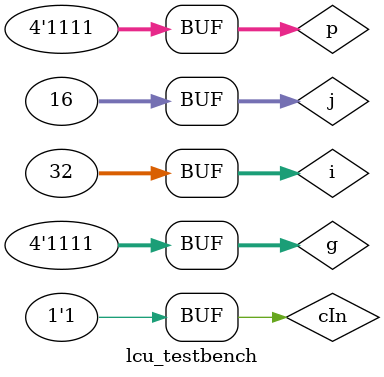
<source format=sv>
`timescale 1ns/10ps

module lcu (
   output logic       pg,
   output logic       gg,
   output logic       cOut,
   output logic [3:1] c,
   input  logic [3:0] p,
   input  logic [3:0] g,
   input  logic       cIn
);

   parameter DELAY = 0.05;

   // c1 = g0 + c0p0
   logic t0;
   and #DELAY a0 (t0, cIn, p[0]);
   or  #DELAY o0 (c[1], g[0], t0);

   // c2 = g1 + g0p1 + c0p0p1
   logic t1, t2;
   and #DELAY a1 (t1, cIn, p[0], p[1]);
   and #DELAY a2 (t2, g[0], p[1]);
   or  #DELAY o1 (c[2], g[1], t2, t1);

   // c3 = g2 + g1p2 + g0p1p2 + c0p0p1p2
   logic t3, t4, t5;
   and #DELAY a3 (t3, cIn, p[0], p[1], p[2]);
   and #DELAY a4 (t4, g[0], p[1], p[2]);
   and #DELAY a5 (t5, g[1], p[2]);
   or  #DELAY o2 (c[3], g[2], t5, t4, t3);

   // gg = g3 + g2p3 + g1p2p3 + g0p1p2p3
   // pg = p0p1p2p3
   // c4 = g3 + g2p3 + g1p2p3 + g0p1p2p3 + c0p0p1p2p3 = gg + c0pg
   logic t6, t7, t8;
   and #DELAY a6 (t6, g[0], p[1], p[2], p[3]);
   and #DELAY a7 (t7, g[1], p[2], p[3]);
   and #DELAY a8 (t8, g[2], p[3]);
   or  #DELAY o3 (gg, g[3], t8, t7, t6);

   and #DELAY a9 (pg, p[0], p[1], p[2], p[3]);

   and #DELAY aX (tX, c[0], pg);
   or  #DELAY o4 (cOut, gg, tX);
endmodule

module lcu_testbench ();
   logic       pg, gg, cOut;
   logic [3:1] c;
   logic [3:0] p, g;
   logic       cIn;

   lcu dut (.pg, .gg, .cOut, .c, .p, .g, .cIn);

   integer i, j;
   initial begin
      for (i = 0; i < 32; i++) begin
         for (j = 0; j < 16; j++) begin
            {cIn, p} <= i; g <= j; #10;
         end
      end
   end
endmodule

</source>
